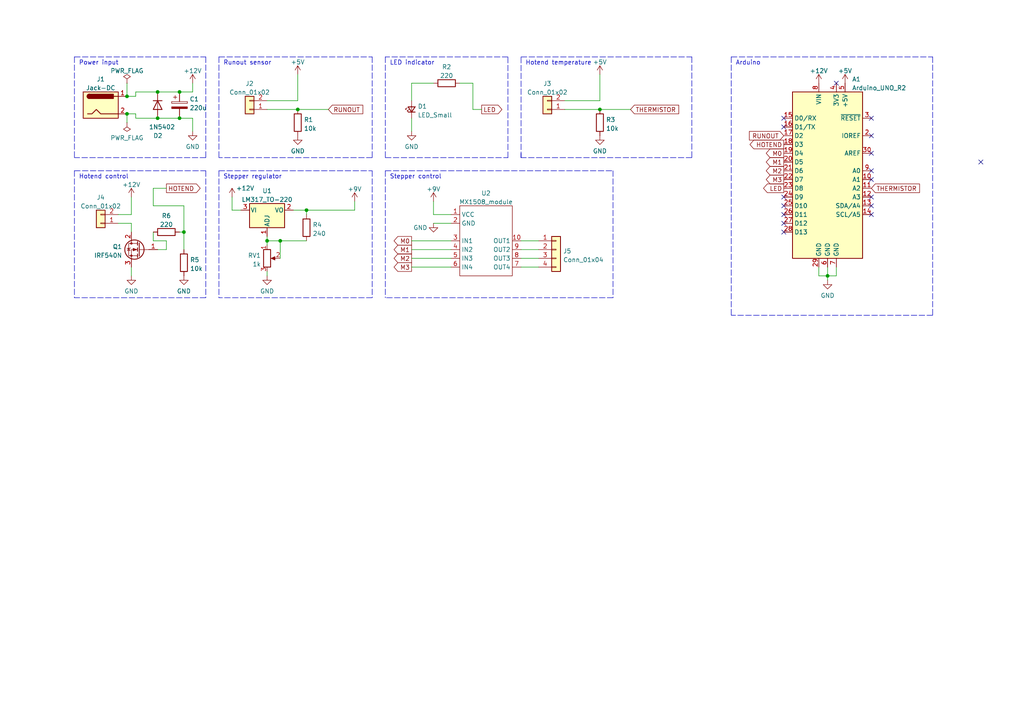
<source format=kicad_sch>
(kicad_sch (version 20211123) (generator eeschema)
  (paper "A4")
  (lib_symbols
    (symbol "Connector:Jack-DC" (pin_names (offset 1.016))
      (property "Reference" "J" (at 0 5.334 0))
      (property "Value" "Jack-DC" (at 0 -5.08 0))
      (symbol "Jack-DC_0_1"
        (rectangle (start -5.08 3.81) (end 5.08 -3.81) (stroke (width 0.254)) (fill (type background)))
        (arc (start -3.302 3.175) (mid -3.937 2.54) (end -3.302 1.905) (stroke (width 0.254)))
        (arc (start -3.302 3.175) (mid -3.937 2.54) (end -3.302 1.905) (stroke (width 0.254)) (fill (type outline)))
        (polyline (pts (xy 5.08 2.54) (xy 3.81 2.54)) (stroke (width 0.254)))
        (polyline (pts (xy -3.81 -2.54) (xy -2.54 -2.54) (xy -1.27 -1.27) (xy 0 -2.54) (xy 2.54 -2.54) (xy 5.08 -2.54)) (stroke (width 0.254)))
        (rectangle (start 3.683 3.175) (end -3.302 1.905) (stroke (width 0.254)) (fill (type outline)))
      )
      (symbol "Jack-DC_1_1"
        (pin passive line (at 7.62 2.54 180) (length 2.54) (name "~") (number "1"))
        (pin passive line (at 7.62 -2.54 180) (length 2.54) (name "~") (number "2"))
      )
    )
    (symbol "Connector_Generic:Conn_01x02" (pin_names (offset 1.016) hide)
      (property "Reference" "J" (at 0 2.54 0))
      (property "Value" "Conn_01x02" (at 0 -5.08 0))
      (symbol "Conn_01x02_1_1"
        (rectangle (start -1.27 -2.413) (end 0 -2.667) (stroke (width 0.1524)))
        (rectangle (start -1.27 0.127) (end 0 -0.127) (stroke (width 0.1524)))
        (rectangle (start -1.27 1.27) (end 1.27 -3.81) (stroke (width 0.254)) (fill (type background)))
        (pin passive line (at -5.08 0 0) (length 3.81) (name "Pin_1") (number "1"))
        (pin passive line (at -5.08 -2.54 0) (length 3.81) (name "Pin_2") (number "2"))
      )
    )
    (symbol "Connector_Generic:Conn_01x04" (pin_names (offset 1.016) hide)
      (property "Reference" "J" (at 0 5.08 0))
      (property "Value" "Conn_01x04" (at 0 -7.62 0))
      (symbol "Conn_01x04_1_1"
        (rectangle (start -1.27 -4.953) (end 0 -5.207) (stroke (width 0.1524)))
        (rectangle (start -1.27 -2.413) (end 0 -2.667) (stroke (width 0.1524)))
        (rectangle (start -1.27 0.127) (end 0 -0.127) (stroke (width 0.1524)))
        (rectangle (start -1.27 2.667) (end 0 2.413) (stroke (width 0.1524)))
        (rectangle (start -1.27 3.81) (end 1.27 -6.35) (stroke (width 0.254)) (fill (type background)))
        (pin passive line (at -5.08 2.54 0) (length 3.81) (name "Pin_1") (number "1"))
        (pin passive line (at -5.08 0 0) (length 3.81) (name "Pin_2") (number "2"))
        (pin passive line (at -5.08 -2.54 0) (length 3.81) (name "Pin_3") (number "3"))
        (pin passive line (at -5.08 -5.08 0) (length 3.81) (name "Pin_4") (number "4"))
      )
    )
    (symbol "Device:C_Polarized" (pin_numbers hide) (pin_names (offset 0.254))
      (property "Reference" "C" (at 0.635 2.54 0))
      (property "Value" "C_Polarized" (at 0.635 -2.54 0))
      (symbol "C_Polarized_0_1"
        (rectangle (start -2.286 0.508) (end 2.286 1.016))
        (polyline (pts (xy -1.778 2.286) (xy -0.762 2.286)))
        (polyline (pts (xy -1.27 2.794) (xy -1.27 1.778)))
        (rectangle (start 2.286 -0.508) (end -2.286 -1.016) (fill (type outline)))
      )
      (symbol "C_Polarized_1_1"
        (pin passive line (at 0 3.81 270) (length 2.794) (name "~") (number "1"))
        (pin passive line (at 0 -3.81 90) (length 2.794) (name "~") (number "2"))
      )
    )
    (symbol "Device:LED_Small" (pin_numbers hide) (pin_names (offset 0.254) hide)
      (property "Reference" "D" (at -1.27 3.175 0))
      (property "Value" "LED_Small" (at -4.445 -2.54 0))
      (symbol "LED_Small_0_1"
        (polyline (pts (xy -0.762 -1.016) (xy -0.762 1.016)) (stroke (width 0.254)))
        (polyline (pts (xy 1.016 0) (xy -0.762 0)))
        (polyline (pts (xy 0.762 -1.016) (xy -0.762 0) (xy 0.762 1.016) (xy 0.762 -1.016)) (stroke (width 0.254)))
        (polyline (pts (xy 0 0.762) (xy -0.508 1.27) (xy -0.254 1.27) (xy -0.508 1.27) (xy -0.508 1.016)))
        (polyline (pts (xy 0.508 1.27) (xy 0 1.778) (xy 0.254 1.778) (xy 0 1.778) (xy 0 1.524)))
      )
      (symbol "LED_Small_1_1"
        (pin passive line (at -2.54 0 0) (length 1.778) (name "K") (number "1"))
        (pin passive line (at 2.54 0 180) (length 1.778) (name "A") (number "2"))
      )
    )
    (symbol "Device:R" (pin_numbers hide) (pin_names (offset 0))
      (property "Reference" "R" (at 2.032 0 90))
      (property "Value" "R" (at 0 0 90))
      (symbol "R_0_1"
        (rectangle (start -1.016 -2.54) (end 1.016 2.54) (stroke (width 0.254)))
      )
      (symbol "R_1_1"
        (pin passive line (at 0 3.81 270) (length 1.27) (name "~") (number "1"))
        (pin passive line (at 0 -3.81 90) (length 1.27) (name "~") (number "2"))
      )
    )
    (symbol "Device:R_Potentiometer" (pin_names (offset 1.016) hide)
      (property "Reference" "RV" (at -4.445 0 90))
      (property "Value" "R_Potentiometer" (at -2.54 0 90))
      (symbol "R_Potentiometer_0_1"
        (polyline (pts (xy 2.54 0) (xy 1.524 0)))
        (polyline (pts (xy 1.143 0) (xy 2.286 0.508) (xy 2.286 -0.508) (xy 1.143 0)) (fill (type outline)))
        (rectangle (start 1.016 2.54) (end -1.016 -2.54) (stroke (width 0.254)))
      )
      (symbol "R_Potentiometer_1_1"
        (pin passive line (at 0 3.81 270) (length 1.27) (name "1") (number "1"))
        (pin passive line (at 3.81 0 180) (length 1.27) (name "2") (number "2"))
        (pin passive line (at 0 -3.81 90) (length 1.27) (name "3") (number "3"))
      )
    )
    (symbol "Diode:1N5402" (pin_numbers hide) (pin_names hide)
      (property "Reference" "D" (at 0 2.54 0))
      (property "Value" "1N5402" (at 0 -2.54 0))
      (symbol "1N5402_0_1"
        (polyline (pts (xy -1.27 1.27) (xy -1.27 -1.27)) (stroke (width 0.254)))
        (polyline (pts (xy 1.27 0) (xy -1.27 0)))
        (polyline (pts (xy 1.27 1.27) (xy 1.27 -1.27) (xy -1.27 0) (xy 1.27 1.27)) (stroke (width 0.254)))
      )
      (symbol "1N5402_1_1"
        (pin passive line (at -3.81 0 0) (length 2.54) (name "K") (number "1"))
        (pin passive line (at 3.81 0 180) (length 2.54) (name "A") (number "2"))
      )
    )
    (symbol "MCU_Module:Arduino_UNO_R2"
      (property "Reference" "A" (at -10.16 23.495 0))
      (property "Value" "Arduino_UNO_R2" (at 5.08 -26.67 0))
      (symbol "Arduino_UNO_R2_0_1"
        (rectangle (start -10.16 22.86) (end 10.16 -25.4) (stroke (width 0.254)) (fill (type background)))
      )
      (symbol "Arduino_UNO_R2_1_1"
        (pin no_connect line (at -10.16 -20.32 0) (length 2.54) hide (name "NC") (number "1"))
        (pin bidirectional line (at 12.7 -2.54 180) (length 2.54) (name "A1") (number "10"))
        (pin bidirectional line (at 12.7 -5.08 180) (length 2.54) (name "A2") (number "11"))
        (pin bidirectional line (at 12.7 -7.62 180) (length 2.54) (name "A3") (number "12"))
        (pin bidirectional line (at 12.7 -10.16 180) (length 2.54) (name "SDA/A4") (number "13"))
        (pin bidirectional line (at 12.7 -12.7 180) (length 2.54) (name "SCL/A5") (number "14"))
        (pin bidirectional line (at -12.7 15.24 0) (length 2.54) (name "D0/RX") (number "15"))
        (pin bidirectional line (at -12.7 12.7 0) (length 2.54) (name "D1/TX") (number "16"))
        (pin bidirectional line (at -12.7 10.16 0) (length 2.54) (name "D2") (number "17"))
        (pin bidirectional line (at -12.7 7.62 0) (length 2.54) (name "D3") (number "18"))
        (pin bidirectional line (at -12.7 5.08 0) (length 2.54) (name "D4") (number "19"))
        (pin output line (at 12.7 10.16 180) (length 2.54) (name "IOREF") (number "2"))
        (pin bidirectional line (at -12.7 2.54 0) (length 2.54) (name "D5") (number "20"))
        (pin bidirectional line (at -12.7 0 0) (length 2.54) (name "D6") (number "21"))
        (pin bidirectional line (at -12.7 -2.54 0) (length 2.54) (name "D7") (number "22"))
        (pin bidirectional line (at -12.7 -5.08 0) (length 2.54) (name "D8") (number "23"))
        (pin bidirectional line (at -12.7 -7.62 0) (length 2.54) (name "D9") (number "24"))
        (pin bidirectional line (at -12.7 -10.16 0) (length 2.54) (name "D10") (number "25"))
        (pin bidirectional line (at -12.7 -12.7 0) (length 2.54) (name "D11") (number "26"))
        (pin bidirectional line (at -12.7 -15.24 0) (length 2.54) (name "D12") (number "27"))
        (pin bidirectional line (at -12.7 -17.78 0) (length 2.54) (name "D13") (number "28"))
        (pin power_in line (at -2.54 -27.94 90) (length 2.54) (name "GND") (number "29"))
        (pin input line (at 12.7 15.24 180) (length 2.54) (name "~{RESET}") (number "3"))
        (pin input line (at 12.7 5.08 180) (length 2.54) (name "AREF") (number "30"))
        (pin power_out line (at 2.54 25.4 270) (length 2.54) (name "3V3") (number "4"))
        (pin power_out line (at 5.08 25.4 270) (length 2.54) (name "+5V") (number "5"))
        (pin power_in line (at 0 -27.94 90) (length 2.54) (name "GND") (number "6"))
        (pin power_in line (at 2.54 -27.94 90) (length 2.54) (name "GND") (number "7"))
        (pin power_in line (at -2.54 25.4 270) (length 2.54) (name "VIN") (number "8"))
        (pin bidirectional line (at 12.7 0 180) (length 2.54) (name "A0") (number "9"))
      )
    )
    (symbol "Regulator_Linear:LM317_TO-220" (pin_names (offset 0.254))
      (property "Reference" "U" (at -3.81 3.175 0))
      (property "Value" "LM317_TO-220" (at 0 3.175 0))
      (symbol "LM317_TO-220_0_1"
        (rectangle (start -5.08 1.905) (end 5.08 -5.08) (stroke (width 0.254)) (fill (type background)))
      )
      (symbol "LM317_TO-220_1_1"
        (pin input line (at 0 -7.62 90) (length 2.54) (name "ADJ") (number "1"))
        (pin power_out line (at 7.62 0 180) (length 2.54) (name "VO") (number "2"))
        (pin power_in line (at -7.62 0 0) (length 2.54) (name "VI") (number "3"))
      )
    )
    (symbol "Transistor_FET:IRF540N" (pin_names hide)
      (property "Reference" "Q" (at 6.35 1.905 0))
      (property "Value" "IRF540N" (at 6.35 0 0))
      (symbol "IRF540N_0_1"
        (polyline (pts (xy 0.254 0) (xy -2.54 0)))
        (polyline (pts (xy 0.254 1.905) (xy 0.254 -1.905)) (stroke (width 0.254)))
        (polyline (pts (xy 0.762 -1.27) (xy 0.762 -2.286)) (stroke (width 0.254)))
        (polyline (pts (xy 0.762 0.508) (xy 0.762 -0.508)) (stroke (width 0.254)))
        (polyline (pts (xy 0.762 2.286) (xy 0.762 1.27)) (stroke (width 0.254)))
        (polyline (pts (xy 2.54 2.54) (xy 2.54 1.778)))
        (polyline (pts (xy 2.54 -2.54) (xy 2.54 0) (xy 0.762 0)))
        (polyline (pts (xy 0.762 -1.778) (xy 3.302 -1.778) (xy 3.302 1.778) (xy 0.762 1.778)))
        (polyline (pts (xy 1.016 0) (xy 2.032 0.381) (xy 2.032 -0.381) (xy 1.016 0)) (fill (type outline)))
        (polyline (pts (xy 2.794 0.508) (xy 2.921 0.381) (xy 3.683 0.381) (xy 3.81 0.254)))
        (polyline (pts (xy 3.302 0.381) (xy 2.921 -0.254) (xy 3.683 -0.254) (xy 3.302 0.381)))
        (circle (center 1.651 0) (radius 2.794) (stroke (width 0.254)))
        (circle (center 2.54 -1.778) (radius 0.254) (fill (type outline)))
        (circle (center 2.54 1.778) (radius 0.254) (fill (type outline)))
      )
      (symbol "IRF540N_1_1"
        (pin input line (at -5.08 0 0) (length 2.54) (name "G") (number "1"))
        (pin passive line (at 2.54 5.08 270) (length 2.54) (name "D") (number "2"))
        (pin passive line (at 2.54 -5.08 90) (length 2.54) (name "S") (number "3"))
      )
    )
    (symbol "pet_puller:MX1508_module"
      (property "Reference" "U" (at 0 -2.54 0))
      (property "Value" "MX1508_module" (at 0 0 0))
      (symbol "MX1508_module_0_1"
        (rectangle (start -7.62 -3.81) (end 7.62 -24.13) (stroke (width 0.1524)))
      )
      (symbol "MX1508_module_1_1"
        (pin power_in line (at -10.16 -6.35 0) (length 2.54) (name "VCC") (number "1"))
        (pin output line (at 10.16 -13.97 180) (length 2.54) (name "OUT1") (number "10"))
        (pin power_in line (at -10.16 -8.89 0) (length 2.54) (name "GND") (number "2"))
        (pin input line (at -10.16 -13.97 0) (length 2.54) (name "IN1") (number "3"))
        (pin input line (at -10.16 -16.51 0) (length 2.54) (name "IN2") (number "4"))
        (pin input line (at -10.16 -19.05 0) (length 2.54) (name "IN3") (number "5"))
        (pin input line (at -10.16 -21.59 0) (length 2.54) (name "IN4") (number "6"))
        (pin output line (at 10.16 -21.59 180) (length 2.54) (name "OUT4") (number "7"))
        (pin output line (at 10.16 -19.05 180) (length 2.54) (name "OUT3") (number "8"))
        (pin output line (at 10.16 -16.51 180) (length 2.54) (name "OUT2") (number "9"))
      )
    )
    (symbol "power:+12V" (power) (pin_names (offset 0))
      (property "Value" "+12V" (at 0 3.556 0))
      (symbol "+12V_0_1"
        (polyline (pts (xy -0.762 1.27) (xy 0 2.54)))
        (polyline (pts (xy 0 0) (xy 0 2.54)))
        (polyline (pts (xy 0 2.54) (xy 0.762 1.27)))
      )
      (symbol "+12V_1_1"
        (pin power_in line (at 0 0 90) (length 0) hide (name "+12V") (number "1"))
      )
    )
    (symbol "power:+5V" (power) (pin_names (offset 0))
      (property "Value" "+5V" (at 0 3.556 0))
      (symbol "+5V_0_1"
        (polyline (pts (xy -0.762 1.27) (xy 0 2.54)))
        (polyline (pts (xy 0 0) (xy 0 2.54)))
        (polyline (pts (xy 0 2.54) (xy 0.762 1.27)))
      )
      (symbol "+5V_1_1"
        (pin power_in line (at 0 0 90) (length 0) hide (name "+5V") (number "1"))
      )
    )
    (symbol "power:+9V" (power) (pin_names (offset 0))
      (property "Value" "+9V" (at 0 3.556 0))
      (symbol "+9V_0_1"
        (polyline (pts (xy -0.762 1.27) (xy 0 2.54)))
        (polyline (pts (xy 0 0) (xy 0 2.54)))
        (polyline (pts (xy 0 2.54) (xy 0.762 1.27)))
      )
      (symbol "+9V_1_1"
        (pin power_in line (at 0 0 90) (length 0) hide (name "+9V") (number "1"))
      )
    )
    (symbol "power:GND" (power) (pin_names (offset 0))
      (property "Value" "GND" (at 0 -3.81 0))
      (symbol "GND_0_1"
        (polyline (pts (xy 0 0) (xy 0 -1.27) (xy 1.27 -1.27) (xy 0 -2.54) (xy -1.27 -1.27) (xy 0 -1.27)))
      )
      (symbol "GND_1_1"
        (pin power_in line (at 0 0 270) (length 0) hide (name "GND") (number "1"))
      )
    )
    (symbol "power:PWR_FLAG" (power) (pin_numbers hide) (pin_names (offset 0) hide)
      (property "Value" "PWR_FLAG" (at 0 3.81 0))
      (symbol "PWR_FLAG_0_0"
        (pin power_out line (at 0 0 90) (length 0) (name "pwr") (number "1"))
      )
      (symbol "PWR_FLAG_0_1"
        (polyline (pts (xy 0 0) (xy 0 1.27) (xy -1.016 1.905) (xy 0 2.54) (xy 1.016 1.905) (xy 0 1.27)))
      )
    )
  )
  (junction (at 52.07 26.67))
  (junction (at 86.36 31.75))
  (junction (at 77.47 69.85))
  (junction (at 36.83 33.02))
  (junction (at 81.28 69.85))
  (junction (at 52.07 34.29))
  (junction (at 173.99 31.75))
  (junction (at 88.9 60.96))
  (junction (at 240.03 80.01))
  (junction (at 53.34 67.31))
  (junction (at 36.83 27.94))
  (junction (at 45.72 34.29))
  (junction (at 45.72 26.67))
  (no_connect (at 284.48 46.99))
  (no_connect (at 252.73 39.37))
  (no_connect (at 252.73 44.45))
  (no_connect (at 227.33 67.31))
  (no_connect (at 252.73 49.53))
  (no_connect (at 242.57 24.13))
  (no_connect (at 252.73 52.07))
  (no_connect (at 252.73 59.69))
  (no_connect (at 227.33 59.69))
  (no_connect (at 227.33 34.29))
  (no_connect (at 227.33 64.77))
  (no_connect (at 227.33 36.83))
  (no_connect (at 252.73 57.15))
  (no_connect (at 252.73 34.29))
  (no_connect (at 227.33 57.15))
  (no_connect (at 227.33 62.23))
  (no_connect (at 252.73 62.23))
  (wire (pts (xy 44.45 54.61) (xy 44.45 59.69)))
  (wire (pts (xy 39.37 26.67) (xy 45.72 26.67)))
  (polyline (pts (xy 63.5 16.51) (xy 107.95 16.51)))
  (polyline (pts (xy 59.69 16.51) (xy 59.69 45.72)))
  (wire (pts (xy 77.47 78.74) (xy 77.47 80.01)))
  (polyline (pts (xy 212.09 16.51) (xy 212.09 91.44)))
  (polyline (pts (xy 200.66 16.51) (xy 200.66 45.72)))
  (wire (pts (xy 45.72 26.67) (xy 52.07 26.67)))
  (polyline (pts (xy 21.59 49.53) (xy 21.59 86.36)))
  (wire (pts (xy 36.83 24.13) (xy 36.83 27.94)))
  (wire (pts (xy 139.7 31.75) (xy 137.16 31.75)))
  (wire (pts (xy 102.87 60.96) (xy 102.87 58.42)))
  (wire (pts (xy 36.83 33.02) (xy 39.37 33.02)))
  (polyline (pts (xy 59.69 49.53) (xy 59.69 86.36)))
  (wire (pts (xy 45.72 34.29) (xy 52.07 34.29)))
  (polyline (pts (xy 63.5 49.53) (xy 63.5 86.36)))
  (wire (pts (xy 151.13 77.47) (xy 156.21 77.47)))
  (wire (pts (xy 125.73 24.13) (xy 119.38 24.13)))
  (polyline (pts (xy 107.95 45.72) (xy 63.5 45.72)))
  (wire (pts (xy 137.16 24.13) (xy 133.35 24.13)))
  (wire (pts (xy 53.34 72.39) (xy 53.34 67.31)))
  (polyline (pts (xy 111.76 49.53) (xy 111.76 86.36)))
  (wire (pts (xy 52.07 26.67) (xy 55.88 26.67)))
  (polyline (pts (xy 147.32 45.72) (xy 147.32 16.51)))
  (polyline (pts (xy 107.95 86.36) (xy 63.5 86.36)))
  (polyline (pts (xy 21.59 16.51) (xy 59.69 16.51)))
  (wire (pts (xy 44.45 69.85) (xy 48.26 69.85)))
  (wire (pts (xy 151.13 69.85) (xy 156.21 69.85)))
  (wire (pts (xy 81.28 74.93) (xy 81.28 69.85)))
  (polyline (pts (xy 111.76 16.51) (xy 111.76 45.72)))
  (wire (pts (xy 163.83 31.75) (xy 173.99 31.75)))
  (wire (pts (xy 39.37 33.02) (xy 39.37 34.29)))
  (polyline (pts (xy 270.51 16.51) (xy 270.51 91.44)))
  (polyline (pts (xy 63.5 16.51) (xy 63.5 45.72)))
  (wire (pts (xy 77.47 69.85) (xy 77.47 71.12)))
  (wire (pts (xy 125.73 62.23) (xy 130.81 62.23)))
  (wire (pts (xy 38.1 77.47) (xy 38.1 80.01)))
  (wire (pts (xy 67.31 57.15) (xy 67.31 60.96)))
  (wire (pts (xy 237.49 77.47) (xy 237.49 80.01)))
  (polyline (pts (xy 151.13 45.72) (xy 151.13 16.51)))
  (wire (pts (xy 44.45 67.31) (xy 44.45 69.85)))
  (wire (pts (xy 55.88 26.67) (xy 55.88 24.13)))
  (wire (pts (xy 88.9 60.96) (xy 102.87 60.96)))
  (wire (pts (xy 39.37 27.94) (xy 39.37 26.67)))
  (wire (pts (xy 173.99 21.59) (xy 173.99 29.21)))
  (polyline (pts (xy 147.32 16.51) (xy 111.76 16.51)))
  (polyline (pts (xy 107.95 16.51) (xy 107.95 45.72)))
  (wire (pts (xy 240.03 80.01) (xy 240.03 81.28)))
  (wire (pts (xy 86.36 21.59) (xy 86.36 29.21)))
  (wire (pts (xy 119.38 77.47) (xy 130.81 77.47)))
  (wire (pts (xy 36.83 33.02) (xy 36.83 35.56)))
  (wire (pts (xy 242.57 80.01) (xy 242.57 77.47)))
  (polyline (pts (xy 59.69 45.72) (xy 21.59 45.72)))
  (wire (pts (xy 151.13 74.93) (xy 156.21 74.93)))
  (wire (pts (xy 240.03 77.47) (xy 240.03 80.01)))
  (wire (pts (xy 85.09 60.96) (xy 88.9 60.96)))
  (wire (pts (xy 119.38 34.29) (xy 119.38 38.1)))
  (polyline (pts (xy 21.59 49.53) (xy 59.69 49.53)))
  (polyline (pts (xy 151.13 16.51) (xy 200.66 16.51)))
  (polyline (pts (xy 177.8 86.36) (xy 111.76 86.36)))
  (wire (pts (xy 173.99 31.75) (xy 182.88 31.75)))
  (wire (pts (xy 119.38 74.93) (xy 130.81 74.93)))
  (polyline (pts (xy 59.69 86.36) (xy 21.59 86.36)))
  (polyline (pts (xy 270.51 91.44) (xy 212.09 91.44)))
  (wire (pts (xy 52.07 67.31) (xy 53.34 67.31)))
  (wire (pts (xy 36.83 27.94) (xy 39.37 27.94)))
  (wire (pts (xy 240.03 80.01) (xy 242.57 80.01)))
  (polyline (pts (xy 212.09 16.51) (xy 270.51 16.51)))
  (wire (pts (xy 55.88 34.29) (xy 55.88 38.1)))
  (wire (pts (xy 52.07 34.29) (xy 55.88 34.29)))
  (wire (pts (xy 67.31 60.96) (xy 69.85 60.96)))
  (wire (pts (xy 151.13 72.39) (xy 156.21 72.39)))
  (wire (pts (xy 38.1 64.77) (xy 38.1 67.31)))
  (polyline (pts (xy 200.66 45.72) (xy 151.13 45.72)))
  (wire (pts (xy 86.36 29.21) (xy 77.47 29.21)))
  (polyline (pts (xy 111.76 45.72) (xy 147.32 45.72)))
  (wire (pts (xy 137.16 31.75) (xy 137.16 24.13)))
  (wire (pts (xy 86.36 31.75) (xy 95.25 31.75)))
  (polyline (pts (xy 21.59 16.51) (xy 21.59 45.72)))
  (polyline (pts (xy 151.13 44.45) (xy 151.13 45.72)))
  (wire (pts (xy 237.49 80.01) (xy 240.03 80.01)))
  (wire (pts (xy 77.47 31.75) (xy 86.36 31.75)))
  (wire (pts (xy 125.73 64.77) (xy 130.81 64.77)))
  (wire (pts (xy 77.47 68.58) (xy 77.47 69.85)))
  (polyline (pts (xy 177.8 49.53) (xy 177.8 86.36)))
  (wire (pts (xy 53.34 67.31) (xy 53.34 59.69)))
  (wire (pts (xy 119.38 72.39) (xy 130.81 72.39)))
  (wire (pts (xy 119.38 24.13) (xy 119.38 29.21)))
  (wire (pts (xy 125.73 58.42) (xy 125.73 62.23)))
  (polyline (pts (xy 107.95 49.53) (xy 107.95 86.36)))
  (wire (pts (xy 88.9 60.96) (xy 88.9 62.23)))
  (wire (pts (xy 48.26 69.85) (xy 48.26 72.39)))
  (wire (pts (xy 173.99 29.21) (xy 163.83 29.21)))
  (wire (pts (xy 48.26 72.39) (xy 45.72 72.39)))
  (wire (pts (xy 39.37 34.29) (xy 45.72 34.29)))
  (wire (pts (xy 38.1 62.23) (xy 34.29 62.23)))
  (wire (pts (xy 77.47 69.85) (xy 81.28 69.85)))
  (polyline (pts (xy 63.5 49.53) (xy 107.95 49.53)))
  (wire (pts (xy 44.45 54.61) (xy 48.26 54.61)))
  (polyline (pts (xy 111.76 49.53) (xy 177.8 49.53)))
  (wire (pts (xy 119.38 69.85) (xy 130.81 69.85)))
  (wire (pts (xy 81.28 69.85) (xy 88.9 69.85)))
  (wire (pts (xy 34.29 64.77) (xy 38.1 64.77)))
  (wire (pts (xy 53.34 59.69) (xy 44.45 59.69)))
  (wire (pts (xy 38.1 57.15) (xy 38.1 62.23)))
  (text "Stepper control" (at 113.03 52.07 0) (effects (font (size 1.27 1.27)) (justify left bottom)))
  (text "Arduino" (at 213.36 19.05 0) (effects (font (size 1.27 1.27)) (justify left bottom)))
  (text "Runout sensor" (at 64.77 19.05 0) (effects (font (size 1.27 1.27)) (justify left bottom)))
  (text "Power input" (at 22.86 19.05 0) (effects (font (size 1.27 1.27)) (justify left bottom)))
  (text "LED indicator" (at 113.03 19.05 0) (effects (font (size 1.27 1.27)) (justify left bottom)))
  (text "Hotend temperature" (at 152.4 19.05 0) (effects (font (size 1.27 1.27)) (justify left bottom)))
  (text "Hotend control" (at 22.86 52.07 0) (effects (font (size 1.27 1.27)) (justify left bottom)))
  (text "Stepper regulator" (at 64.77 52.07 0) (effects (font (size 1.27 1.27)) (justify left bottom)))
  (global_label "M3" (shape output) (at 227.33 52.07 180) (property "Intersheet References" "${INTERSHEET_REFS}" (effects hide)))
  (global_label "RUNOUT" (shape input) (at 95.25 31.75 0) (property "Intersheet References" "${INTERSHEET_REFS}" (effects hide)))
  (global_label "RUNOUT" (shape input) (at 227.33 39.37 180) (property "Intersheet References" "${INTERSHEET_REFS}" (effects hide)))
  (global_label "M2" (shape output) (at 119.38 74.93 180) (property "Intersheet References" "${INTERSHEET_REFS}" (effects hide)))
  (global_label "M1" (shape output) (at 227.33 46.99 180) (property "Intersheet References" "${INTERSHEET_REFS}" (effects hide)))
  (global_label "M0" (shape output) (at 119.38 69.85 180) (property "Intersheet References" "${INTERSHEET_REFS}" (effects hide)))
  (global_label "THERMISTOR" (shape input) (at 252.73 54.61 0) (property "Intersheet References" "${INTERSHEET_REFS}" (effects hide)))
  (global_label "M2" (shape output) (at 227.33 49.53 180) (property "Intersheet References" "${INTERSHEET_REFS}" (effects hide)))
  (global_label "THERMISTOR" (shape input) (at 182.88 31.75 0) (property "Intersheet References" "${INTERSHEET_REFS}" (effects hide)))
  (global_label "LED" (shape output) (at 227.33 54.61 180) (property "Intersheet References" "${INTERSHEET_REFS}" (effects hide)))
  (global_label "M1" (shape output) (at 119.38 72.39 180) (property "Intersheet References" "${INTERSHEET_REFS}" (effects hide)))
  (global_label "M3" (shape output) (at 119.38 77.47 180) (property "Intersheet References" "${INTERSHEET_REFS}" (effects hide)))
  (global_label "HOTEND" (shape output) (at 227.33 41.91 180) (property "Intersheet References" "${INTERSHEET_REFS}" (effects hide)))
  (global_label "HOTEND" (shape output) (at 48.26 54.61 0) (property "Intersheet References" "${INTERSHEET_REFS}" (effects hide)))
  (global_label "M0" (shape output) (at 227.33 44.45 180) (property "Intersheet References" "${INTERSHEET_REFS}" (effects hide)))
  (global_label "LED" (shape output) (at 139.7 31.75 0) (property "Intersheet References" "${INTERSHEET_REFS}" (effects hide)))
  (symbol (lib_id "MCU_Module:Arduino_UNO_R2") (at 240.03 49.53 0) (unit 1)
    (property "Reference" "A1" (at 247.1294 22.9702 0) (effects (justify left)))
    (property "Value" "Arduino_UNO_R2" (at 247.1294 25.5071 0) (effects (justify left)))
    (property "Footprint" "Module:Arduino_UNO_R2" (effects hide))
    (property "Datasheet" "https://www.arduino.cc/en/Main/arduinoBoardUno" (effects hide))
  )
  (symbol (lib_id "Regulator_Linear:LM317_TO-220") (at 77.47 60.96 0) (unit 1)
    (property "Reference" "U1" (at 77.47 55.3552 0))
    (property "Value" "LM317_TO-220" (at 77.47 57.8921 0))
    (property "Footprint" "Package_TO_SOT_THT:TO-220-3_Horizontal_TabDown" (effects hide))
    (property "Datasheet" "http://www.ti.com/lit/ds/symlink/lm317.pdf" (effects hide))
  )
  (symbol (lib_id "power:+5V") (at 245.11 24.13 0) (unit 1)
    (property "Reference" "#PWR0102" (effects hide))
    (property "Value" "+5V" (at 245.11 20.5542 0))
  )
  (symbol (lib_id "Device:R") (at 88.9 66.04 180) (unit 1)
    (property "Reference" "R4" (at 90.678 65.2053 0) (effects (justify right)))
    (property "Value" "240" (at 90.678 67.7422 0) (effects (justify right)))
    (property "Footprint" "Resistor_THT:R_Axial_DIN0204_L3.6mm_D1.6mm_P5.08mm_Horizontal" (effects hide))
  )
  (symbol (lib_id "power:+5V") (at 173.99 21.59 0) (unit 1)
    (property "Reference" "#PWR0109" (effects hide))
    (property "Value" "+5V" (at 173.99 18.0142 0))
  )
  (symbol (lib_id "power:+9V") (at 125.73 58.42 0) (unit 1)
    (property "Reference" "#PWR01" (effects hide))
    (property "Value" "+9V" (at 125.73 54.8442 0))
  )
  (symbol (lib_id "Connector:Jack-DC") (at 29.21 30.48 0) (unit 1)
    (property "Reference" "J1" (at 29.21 22.9702 0))
    (property "Value" "Jack-DC" (at 29.21 25.5071 0))
    (property "Footprint" "Connector_BarrelJack:BarrelJack_GCT_DCJ200-10-A_Horizontal" (effects hide))
  )
  (symbol (lib_id "Device:R") (at 53.34 76.2 0) (unit 1)
    (property "Reference" "R5" (at 55.118 75.3653 0) (effects (justify left)))
    (property "Value" "10k" (at 55.118 77.9022 0) (effects (justify left)))
    (property "Footprint" "Resistor_THT:R_Axial_DIN0204_L3.6mm_D1.6mm_P5.08mm_Horizontal" (effects hide))
  )
  (symbol (lib_id "Device:R") (at 86.36 35.56 180) (unit 1)
    (property "Reference" "R1" (at 88.138 34.7253 0) (effects (justify right)))
    (property "Value" "10k" (at 88.138 37.2622 0) (effects (justify right)))
    (property "Footprint" "Resistor_THT:R_Axial_DIN0204_L3.6mm_D1.6mm_P5.08mm_Horizontal" (effects hide))
  )
  (symbol (lib_id "power:+12V") (at 67.31 57.15 0) (unit 1)
    (property "Reference" "#PWR0113" (effects hide))
    (property "Value" "+12V" (at 71.12 54.61 0))
  )
  (symbol (lib_id "power:GND") (at 86.36 39.37 0) (unit 1)
    (property "Reference" "#PWR0107" (effects hide))
    (property "Value" "GND" (at 86.36 43.8134 0))
  )
  (symbol (lib_id "Diode:1N5402") (at 45.72 30.48 270) (unit 1)
    (property "Reference" "D2" (at 44.45 39.37 90) (effects (justify left)))
    (property "Value" "1N5402" (at 43.18 36.83 90) (effects (justify left)))
    (property "Footprint" "Diode_THT:D_DO-201AD_P15.24mm_Horizontal" (effects hide))
    (property "Datasheet" "http://www.vishay.com/docs/88516/1n5400.pdf" (effects hide))
  )
  (symbol (lib_id "Device:C_Polarized") (at 52.07 30.48 0) (unit 1)
    (property "Reference" "C1" (at 54.991 28.7563 0) (effects (justify left)))
    (property "Value" "220u" (at 54.991 31.2932 0) (effects (justify left)))
    (property "Footprint" "Capacitor_THT:CP_Radial_D8.0mm_P3.80mm" (effects hide))
  )
  (symbol (lib_id "power:+5V") (at 86.36 21.59 0) (unit 1)
    (property "Reference" "#PWR0106" (effects hide))
    (property "Value" "+5V" (at 86.36 18.0142 0))
  )
  (symbol (lib_id "power:PWR_FLAG") (at 36.83 35.56 180) (unit 1)
    (property "Reference" "#FLG0102" (effects hide))
    (property "Value" "PWR_FLAG" (at 36.83 40.0034 0))
  )
  (symbol (lib_id "power:GND") (at 55.88 38.1 0) (unit 1)
    (property "Reference" "#PWR0104" (effects hide))
    (property "Value" "GND" (at 55.88 42.5434 0))
  )
  (symbol (lib_id "Connector_Generic:Conn_01x02") (at 158.75 31.75 180) (unit 1)
    (property "Reference" "J3" (at 158.75 24.2402 0))
    (property "Value" "Conn_01x02" (at 158.75 26.7771 0))
    (property "Footprint" "Connector_JST:JST_EH_B2B-EH-A_1x02_P2.50mm_Vertical" (effects hide))
  )
  (symbol (lib_id "power:GND") (at 77.47 80.01 0) (unit 1)
    (property "Reference" "#PWR0115" (effects hide))
    (property "Value" "GND" (at 77.47 84.4534 0))
  )
  (symbol (lib_id "Device:R_Potentiometer") (at 77.47 74.93 0) (unit 1)
    (property "Reference" "RV1" (at 75.6921 74.0953 0) (effects (justify right)))
    (property "Value" "1k" (at 75.6921 76.6322 0) (effects (justify right)))
    (property "Footprint" "Potentiometer_THT:Potentiometer_Bourns_3339P_Vertical" (effects hide))
  )
  (symbol (lib_id "Device:R") (at 129.54 24.13 270) (unit 1)
    (property "Reference" "R2" (at 129.54 19.4142 90))
    (property "Value" "220" (at 129.54 21.9511 90))
    (property "Footprint" "Resistor_THT:R_Axial_DIN0204_L3.6mm_D1.6mm_P5.08mm_Horizontal" (effects hide))
  )
  (symbol (lib_id "power:PWR_FLAG") (at 36.83 24.13 0) (unit 1)
    (property "Reference" "#FLG0101" (effects hide))
    (property "Value" "PWR_FLAG" (at 36.83 20.5542 0))
  )
  (symbol (lib_id "pet_puller:MX1508_module") (at 140.97 55.88 0) (unit 1)
    (property "Reference" "U2" (at 140.97 56.041 0))
    (property "Value" "MX1508_module" (at 140.97 58.5779 0))
    (property "Footprint" "pet_puller:mx1508_module" (effects hide))
  )
  (symbol (lib_id "Connector_Generic:Conn_01x04") (at 161.29 72.39 0) (unit 1)
    (property "Reference" "J5" (at 163.322 72.8253 0) (effects (justify left)))
    (property "Value" "Conn_01x04" (at 163.322 75.3622 0) (effects (justify left)))
    (property "Footprint" "Connector_JST:JST_EH_B4B-EH-A_1x04_P2.50mm_Vertical" (effects hide))
  )
  (symbol (lib_id "power:GND") (at 173.99 39.37 0) (unit 1)
    (property "Reference" "#PWR0110" (effects hide))
    (property "Value" "GND" (at 173.99 43.8134 0))
  )
  (symbol (lib_id "power:GND") (at 125.73 64.77 0) (unit 1)
    (property "Reference" "#PWR02" (effects hide))
    (property "Value" "GND" (at 121.92 66.04 0))
  )
  (symbol (lib_id "power:GND") (at 119.38 38.1 0) (unit 1)
    (property "Reference" "#PWR0108" (effects hide))
    (property "Value" "GND" (at 119.38 42.5434 0))
  )
  (symbol (lib_id "power:GND") (at 240.03 81.28 0) (unit 1)
    (property "Reference" "#PWR0101" (effects hide))
    (property "Value" "GND" (at 240.03 85.7234 0))
  )
  (symbol (lib_id "Device:R") (at 173.99 35.56 180) (unit 1)
    (property "Reference" "R3" (at 175.768 34.7253 0) (effects (justify right)))
    (property "Value" "10k" (at 175.768 37.2622 0) (effects (justify right)))
    (property "Footprint" "Resistor_THT:R_Axial_DIN0204_L3.6mm_D1.6mm_P5.08mm_Horizontal" (effects hide))
  )
  (symbol (lib_id "Transistor_FET:IRF540N") (at 40.64 72.39 0) (mirror y) (unit 1)
    (property "Reference" "Q1" (at 35.433 71.5553 0) (effects (justify left)))
    (property "Value" "IRF540N" (at 35.433 74.0922 0) (effects (justify left)))
    (property "Footprint" "Package_TO_SOT_THT:TO-220-3_Horizontal_TabDown" (effects hide))
    (property "Datasheet" "http://www.irf.com/product-info/datasheets/data/irf540n.pdf" (effects hide))
  )
  (symbol (lib_id "Connector_Generic:Conn_01x02") (at 29.21 64.77 180) (unit 1)
    (property "Reference" "J4" (at 29.21 57.2602 0))
    (property "Value" "Conn_01x02" (at 29.21 59.7971 0))
    (property "Footprint" "Connector_JST:JST_NV_B02P-NV_1x02_P5.00mm_Vertical" (effects hide))
  )
  (symbol (lib_id "power:+12V") (at 55.88 24.13 0) (unit 1)
    (property "Reference" "#PWR0105" (effects hide))
    (property "Value" "+12V" (at 55.88 20.5542 0))
  )
  (symbol (lib_id "Device:LED_Small") (at 119.38 31.75 90) (unit 1)
    (property "Reference" "D1" (at 121.158 30.8518 90) (effects (justify right)))
    (property "Value" "LED_Small" (at 121.158 33.3887 90) (effects (justify right)))
    (property "Footprint" "LED_THT:LED_D3.0mm" (effects hide))
  )
  (symbol (lib_id "Connector_Generic:Conn_01x02") (at 72.39 31.75 180) (unit 1)
    (property "Reference" "J2" (at 72.39 24.2402 0))
    (property "Value" "Conn_01x02" (at 72.39 26.7771 0))
    (property "Footprint" "Connector_JST:JST_EH_B2B-EH-A_1x02_P2.50mm_Vertical" (effects hide))
  )
  (symbol (lib_id "Device:R") (at 48.26 67.31 90) (unit 1)
    (property "Reference" "R6" (at 48.26 62.5942 90))
    (property "Value" "220" (at 48.26 65.1311 90))
    (property "Footprint" "Resistor_THT:R_Axial_DIN0204_L3.6mm_D1.6mm_P5.08mm_Horizontal" (effects hide))
  )
  (symbol (lib_id "power:+12V") (at 38.1 57.15 0) (unit 1)
    (property "Reference" "#PWR0111" (effects hide))
    (property "Value" "+12V" (at 38.1 53.5742 0))
  )
  (symbol (lib_id "power:+12V") (at 237.49 24.13 0) (unit 1)
    (property "Reference" "#PWR0103" (effects hide))
    (property "Value" "+12V" (at 237.49 20.5542 0))
  )
  (symbol (lib_id "power:GND") (at 38.1 80.01 0) (unit 1)
    (property "Reference" "#PWR0112" (effects hide))
    (property "Value" "GND" (at 38.1 84.4534 0))
  )
  (symbol (lib_id "power:GND") (at 53.34 80.01 0) (unit 1)
    (property "Reference" "#PWR03" (effects hide))
    (property "Value" "GND" (at 53.34 84.4534 0))
  )
  (symbol (lib_id "power:+9V") (at 102.87 58.42 0) (unit 1)
    (property "Reference" "#PWR0114" (effects hide))
    (property "Value" "+9V" (at 102.87 54.8442 0))
  )
)
</source>
